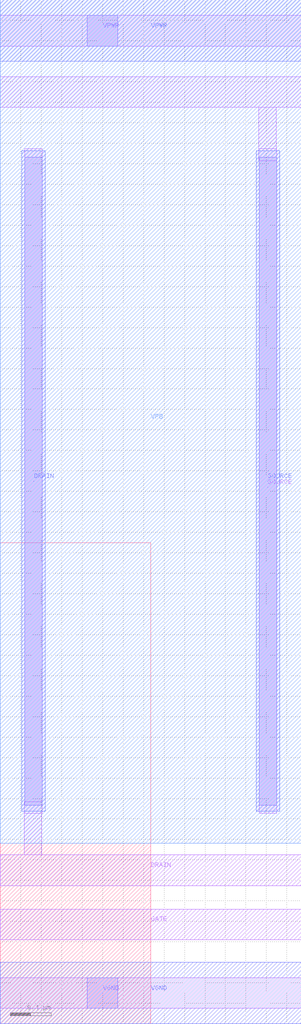
<source format=lef>
VERSION 5.7 ;
  NOWIREEXTENSIONATPIN ON ;
  DIVIDERCHAR "/" ;
  BUSBITCHARS "[]" ;
MACRO /home/users/lyt1314/ee372/aloe-sky130/skywater-130nm-analog-adk/sky130_asc_pfet_01v8_lvt_1
  CLASS CORE ;
  FOREIGN /home/users/lyt1314/ee372/aloe-sky130/skywater-130nm-analog-adk/sky130_asc_pfet_01v8_lvt_1 ;
  ORIGIN 0.000 0.000 ;
  SIZE 1.470 BY 4.700 ;
  SITE unitasc ;
  PIN GATE
    DIRECTION INOUT ;
    USE SIGNAL ;
    ANTENNAGATEAREA 12.900000 ;
    PORT
      LAYER li1 ;
        RECT 0.000 0.820 2.940 1.120 ;
    END
  END GATE
  PIN SOURCE
    DIRECTION INOUT ;
    USE SIGNAL ;
    ANTENNADIFFAREA 1.870500 ;
    PORT
      LAYER li1 ;
        RECT 0.000 8.950 2.940 9.250 ;
        RECT 2.525 8.545 2.695 8.950 ;
        RECT 2.525 8.430 2.700 8.545 ;
        RECT 2.530 2.055 2.700 8.430 ;
      LAYER mcon ;
        RECT 2.530 2.135 2.700 8.465 ;
      LAYER met1 ;
        RECT 2.500 2.075 2.730 8.525 ;
    END
  END SOURCE
  PIN DRAIN
    DIRECTION INOUT ;
    USE SIGNAL ;
    ANTENNADIFFAREA 1.870500 ;
    PORT
      LAYER li1 ;
        RECT 0.240 2.170 0.410 8.545 ;
        RECT 0.235 2.055 0.410 2.170 ;
        RECT 0.235 1.650 0.405 2.055 ;
        RECT 0.000 1.350 2.940 1.650 ;
      LAYER mcon ;
        RECT 0.240 2.135 0.410 8.465 ;
      LAYER met1 ;
        RECT 0.210 2.075 0.440 8.525 ;
    END
  END DRAIN
  PIN VPB
    DIRECTION INOUT ;
    USE POWER ;
    PORT
      LAYER nwell ;
        RECT 0.000 1.765 2.940 10.000 ;
    END
  END VPB
  PIN VPWR
    DIRECTION INOUT ;
    USE POWER ;
    PORT
      LAYER li1 ;
        RECT 0.000 9.550 2.940 9.850 ;
      LAYER mcon ;
        RECT 0.850 9.550 1.150 9.850 ;
      LAYER met1 ;
        RECT 0.000 9.400 2.940 10.000 ;
    END
  END VPWR
  PIN VGND
    DIRECTION INOUT ;
    USE GROUND ;
    PORT
      LAYER li1 ;
        RECT 0.000 0.150 2.940 0.450 ;
      LAYER mcon ;
        RECT 0.850 0.150 1.150 0.450 ;
      LAYER met1 ;
        RECT 0.000 0.000 2.940 0.600 ;
    END
  END VGND
END /home/users/lyt1314/ee372/aloe-sky130/skywater-130nm-analog-adk/sky130_asc_pfet_01v8_lvt_1
END LIBRARY


</source>
